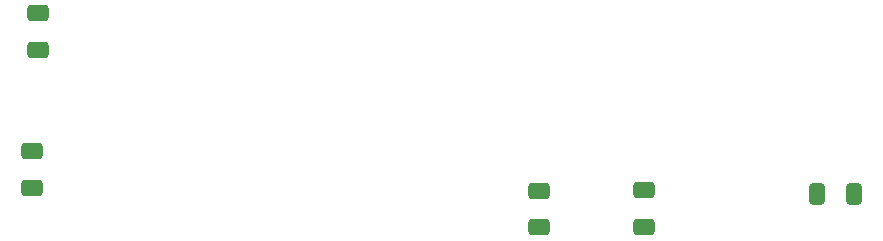
<source format=gbr>
%TF.GenerationSoftware,KiCad,Pcbnew,(6.0.5)*%
%TF.CreationDate,2022-10-23T12:56:42-05:00*%
%TF.ProjectId,ISA rev4,49534120-7265-4763-942e-6b696361645f,rev?*%
%TF.SameCoordinates,Original*%
%TF.FileFunction,Paste,Bot*%
%TF.FilePolarity,Positive*%
%FSLAX46Y46*%
G04 Gerber Fmt 4.6, Leading zero omitted, Abs format (unit mm)*
G04 Created by KiCad (PCBNEW (6.0.5)) date 2022-10-23 12:56:42*
%MOMM*%
%LPD*%
G01*
G04 APERTURE LIST*
G04 Aperture macros list*
%AMRoundRect*
0 Rectangle with rounded corners*
0 $1 Rounding radius*
0 $2 $3 $4 $5 $6 $7 $8 $9 X,Y pos of 4 corners*
0 Add a 4 corners polygon primitive as box body*
4,1,4,$2,$3,$4,$5,$6,$7,$8,$9,$2,$3,0*
0 Add four circle primitives for the rounded corners*
1,1,$1+$1,$2,$3*
1,1,$1+$1,$4,$5*
1,1,$1+$1,$6,$7*
1,1,$1+$1,$8,$9*
0 Add four rect primitives between the rounded corners*
20,1,$1+$1,$2,$3,$4,$5,0*
20,1,$1+$1,$4,$5,$6,$7,0*
20,1,$1+$1,$6,$7,$8,$9,0*
20,1,$1+$1,$8,$9,$2,$3,0*%
G04 Aperture macros list end*
%ADD10RoundRect,0.250000X0.412500X0.650000X-0.412500X0.650000X-0.412500X-0.650000X0.412500X-0.650000X0*%
%ADD11RoundRect,0.250000X0.650000X-0.412500X0.650000X0.412500X-0.650000X0.412500X-0.650000X-0.412500X0*%
G04 APERTURE END LIST*
D10*
%TO.C,C3*%
X177076500Y-134620000D03*
X173951500Y-134620000D03*
%TD*%
D11*
%TO.C,C1*%
X159323000Y-137452500D03*
X159323000Y-134327500D03*
%TD*%
%TO.C,C5*%
X107442000Y-134150500D03*
X107442000Y-131025500D03*
%TD*%
%TO.C,C4*%
X107950000Y-122466500D03*
X107950000Y-119341500D03*
%TD*%
%TO.C,C2*%
X150433000Y-137491000D03*
X150433000Y-134366000D03*
%TD*%
M02*

</source>
